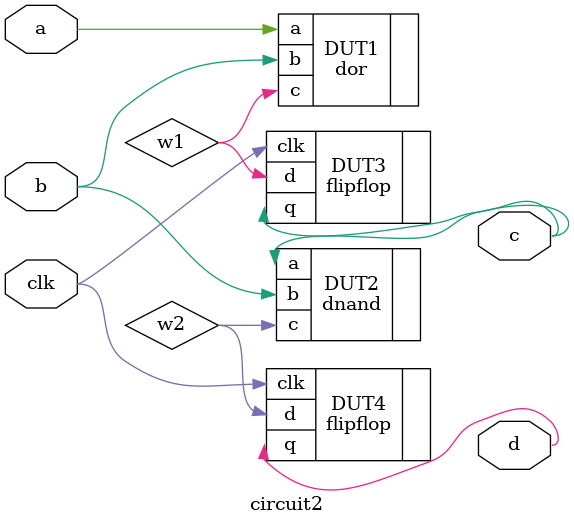
<source format=v>
module circuit2(input clk, input a, input b, output c, output d);
	wire w1;
	wire w2;
	
	dor DUT1(.a(a),.b(b),.c(w1));
	dnand DUT2(.a(c),.b(b),.c(w2));
	flipflop DUT3(.d(w1),.clk(clk),.q(c));
	flipflop DUT4(.d(w2),.clk(clk),.q(d));
endmodule
</source>
